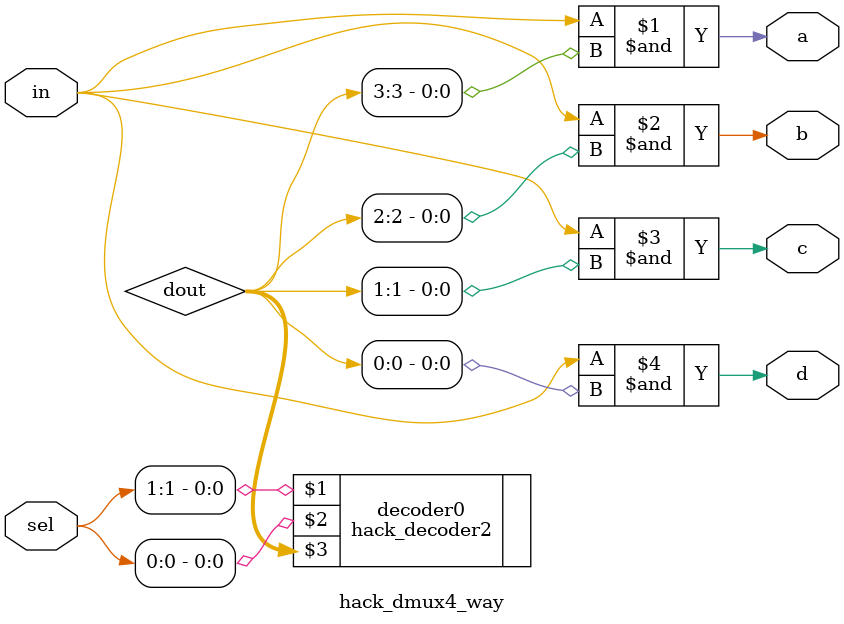
<source format=v>
module hack_dmux4_way(in,sel,a,b,c,d);
  input           in;
  input   [1:0]   sel;

  output          a,b,c,d;

  wire   [3:0]    dout;

  hack_decoder2 decoder0 (sel[1],sel[0],dout);

  and and0 (a,in,dout[3]);
  and and1 (b,in,dout[2]);
  and and2 (c,in,dout[1]);
  and and3 (d,in,dout[0]);

  // Behavior description
  /*
  reg             a,b,c,d;
  always @* begin
    case (sel)
      0: begin        
        a = in; b = 0; c = 0; d = 0;
      end
      
      1: begin
        a = 0; b = in; c = 0; d = 0;
      end

      2: begin
        a = 0; b = 0; c = in; d = 0;
      end

      default: begin
        a = 0; b = 0; c = 0; d = in;
      end
    endcase
  end
  */
endmodule

</source>
